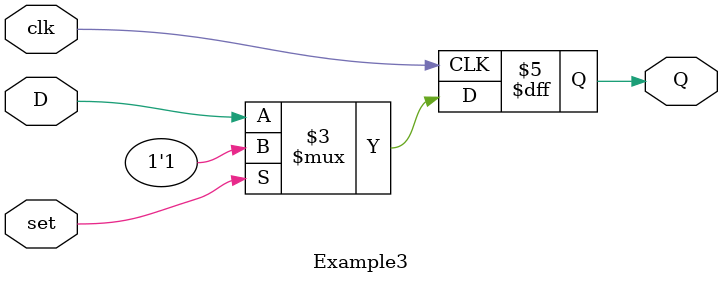
<source format=v>
`timescale 1ns / 1ps


module Example3(Q, D, clk, set);
output Q;
input D, clk, set;       
reg Q;
always@(posedge clk)   

begin
if(set)
Q <= 1'b1;
else
Q <= D;   
   
end
endmodule


</source>
